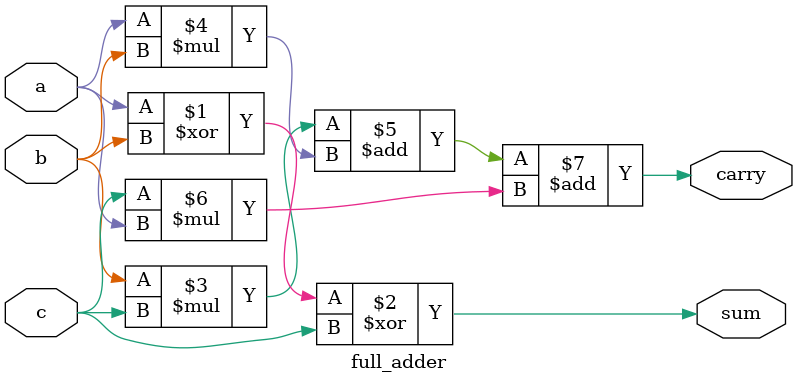
<source format=v>

module rippel_carry(sum,cout,a,b);
input [3:0] a,b;
output [3:0] sum;
output cout;


wire w1,w2,w3;

full_adder u1(sum[0],w1,a[0],b[0],1'b0);
full_adder u2(sum[1],w2,a[1],b[1],w1);
full_adder u3(sum[2],w3,a[2],b[2],w2);
full_adder u4(sum[3],cout,a[3],b[3],w3);

endmodule


module full_adder(sum,carry,a,b,c);

input wire a,b,c;
output wire sum;
output carry;

assign sum=a^b^c;
assign carry=b*c+a*b+c*a;
endmodule 



</source>
